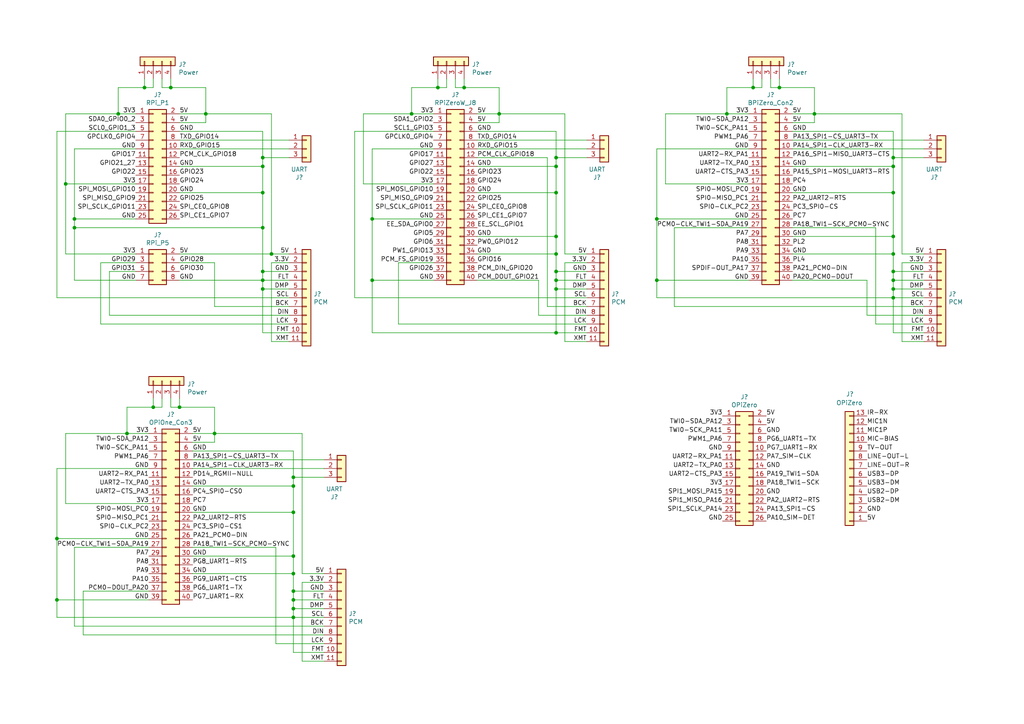
<source format=kicad_sch>
(kicad_sch (version 20211123) (generator eeschema)
  (paper "A4")
  (lib_symbols
    (symbol "Connector_Generic:Conn_01x03" (pin_names (offset 1.016) hide)
      (property "Reference" "J" (at 0 5.08 0))
      (property "Value" "Conn_01x03" (at 0 -5.08 0))
      (symbol "Conn_01x03_1_1"
        (rectangle (start -1.27 -2.413) (end 0 -2.667) (stroke (width 0.1524)))
        (rectangle (start -1.27 0.127) (end 0 -0.127) (stroke (width 0.1524)))
        (rectangle (start -1.27 2.667) (end 0 2.413) (stroke (width 0.1524)))
        (rectangle (start -1.27 3.81) (end 1.27 -3.81) (stroke (width 0.254)) (fill (type background)))
        (pin passive line (at -5.08 2.54 0) (length 3.81) (name "Pin_1") (number "1"))
        (pin passive line (at -5.08 0 0) (length 3.81) (name "Pin_2") (number "2"))
        (pin passive line (at -5.08 -2.54 0) (length 3.81) (name "Pin_3") (number "3"))
      )
    )
    (symbol "Connector_Generic:Conn_01x04" (pin_names (offset 1.016) hide)
      (property "Reference" "J" (at 0 5.08 0))
      (property "Value" "Conn_01x04" (at 0 -7.62 0))
      (symbol "Conn_01x04_1_1"
        (rectangle (start -1.27 -4.953) (end 0 -5.207) (stroke (width 0.1524)))
        (rectangle (start -1.27 -2.413) (end 0 -2.667) (stroke (width 0.1524)))
        (rectangle (start -1.27 0.127) (end 0 -0.127) (stroke (width 0.1524)))
        (rectangle (start -1.27 2.667) (end 0 2.413) (stroke (width 0.1524)))
        (rectangle (start -1.27 3.81) (end 1.27 -6.35) (stroke (width 0.254)) (fill (type background)))
        (pin passive line (at -5.08 2.54 0) (length 3.81) (name "Pin_1") (number "1"))
        (pin passive line (at -5.08 0 0) (length 3.81) (name "Pin_2") (number "2"))
        (pin passive line (at -5.08 -2.54 0) (length 3.81) (name "Pin_3") (number "3"))
        (pin passive line (at -5.08 -5.08 0) (length 3.81) (name "Pin_4") (number "4"))
      )
    )
    (symbol "Connector_Generic:Conn_01x11" (pin_names (offset 1.016) hide)
      (property "Reference" "J" (at 0 15.24 0))
      (property "Value" "Conn_01x11" (at 0 -15.24 0))
      (symbol "Conn_01x11_1_1"
        (rectangle (start -1.27 -12.573) (end 0 -12.827) (stroke (width 0.1524)))
        (rectangle (start -1.27 -10.033) (end 0 -10.287) (stroke (width 0.1524)))
        (rectangle (start -1.27 -7.493) (end 0 -7.747) (stroke (width 0.1524)))
        (rectangle (start -1.27 -4.953) (end 0 -5.207) (stroke (width 0.1524)))
        (rectangle (start -1.27 -2.413) (end 0 -2.667) (stroke (width 0.1524)))
        (rectangle (start -1.27 0.127) (end 0 -0.127) (stroke (width 0.1524)))
        (rectangle (start -1.27 2.667) (end 0 2.413) (stroke (width 0.1524)))
        (rectangle (start -1.27 5.207) (end 0 4.953) (stroke (width 0.1524)))
        (rectangle (start -1.27 7.747) (end 0 7.493) (stroke (width 0.1524)))
        (rectangle (start -1.27 10.287) (end 0 10.033) (stroke (width 0.1524)))
        (rectangle (start -1.27 12.827) (end 0 12.573) (stroke (width 0.1524)))
        (rectangle (start -1.27 13.97) (end 1.27 -13.97) (stroke (width 0.254)) (fill (type background)))
        (pin passive line (at -5.08 12.7 0) (length 3.81) (name "Pin_1") (number "1"))
        (pin passive line (at -5.08 -10.16 0) (length 3.81) (name "Pin_10") (number "10"))
        (pin passive line (at -5.08 -12.7 0) (length 3.81) (name "Pin_11") (number "11"))
        (pin passive line (at -5.08 10.16 0) (length 3.81) (name "Pin_2") (number "2"))
        (pin passive line (at -5.08 7.62 0) (length 3.81) (name "Pin_3") (number "3"))
        (pin passive line (at -5.08 5.08 0) (length 3.81) (name "Pin_4") (number "4"))
        (pin passive line (at -5.08 2.54 0) (length 3.81) (name "Pin_5") (number "5"))
        (pin passive line (at -5.08 0 0) (length 3.81) (name "Pin_6") (number "6"))
        (pin passive line (at -5.08 -2.54 0) (length 3.81) (name "Pin_7") (number "7"))
        (pin passive line (at -5.08 -5.08 0) (length 3.81) (name "Pin_8") (number "8"))
        (pin passive line (at -5.08 -7.62 0) (length 3.81) (name "Pin_9") (number "9"))
      )
    )
    (symbol "Connector_Generic:Conn_01x13" (pin_names (offset 1.016) hide)
      (property "Reference" "J" (at 0 17.78 0))
      (property "Value" "Conn_01x13" (at 0 -17.78 0))
      (symbol "Conn_01x13_1_1"
        (rectangle (start -1.27 -15.113) (end 0 -15.367) (stroke (width 0.1524)))
        (rectangle (start -1.27 -12.573) (end 0 -12.827) (stroke (width 0.1524)))
        (rectangle (start -1.27 -10.033) (end 0 -10.287) (stroke (width 0.1524)))
        (rectangle (start -1.27 -7.493) (end 0 -7.747) (stroke (width 0.1524)))
        (rectangle (start -1.27 -4.953) (end 0 -5.207) (stroke (width 0.1524)))
        (rectangle (start -1.27 -2.413) (end 0 -2.667) (stroke (width 0.1524)))
        (rectangle (start -1.27 0.127) (end 0 -0.127) (stroke (width 0.1524)))
        (rectangle (start -1.27 2.667) (end 0 2.413) (stroke (width 0.1524)))
        (rectangle (start -1.27 5.207) (end 0 4.953) (stroke (width 0.1524)))
        (rectangle (start -1.27 7.747) (end 0 7.493) (stroke (width 0.1524)))
        (rectangle (start -1.27 10.287) (end 0 10.033) (stroke (width 0.1524)))
        (rectangle (start -1.27 12.827) (end 0 12.573) (stroke (width 0.1524)))
        (rectangle (start -1.27 15.367) (end 0 15.113) (stroke (width 0.1524)))
        (rectangle (start -1.27 16.51) (end 1.27 -16.51) (stroke (width 0.254)) (fill (type background)))
        (pin passive line (at -5.08 15.24 0) (length 3.81) (name "Pin_1") (number "1"))
        (pin passive line (at -5.08 -7.62 0) (length 3.81) (name "Pin_10") (number "10"))
        (pin passive line (at -5.08 -10.16 0) (length 3.81) (name "Pin_11") (number "11"))
        (pin passive line (at -5.08 -12.7 0) (length 3.81) (name "Pin_12") (number "12"))
        (pin passive line (at -5.08 -15.24 0) (length 3.81) (name "Pin_13") (number "13"))
        (pin passive line (at -5.08 12.7 0) (length 3.81) (name "Pin_2") (number "2"))
        (pin passive line (at -5.08 10.16 0) (length 3.81) (name "Pin_3") (number "3"))
        (pin passive line (at -5.08 7.62 0) (length 3.81) (name "Pin_4") (number "4"))
        (pin passive line (at -5.08 5.08 0) (length 3.81) (name "Pin_5") (number "5"))
        (pin passive line (at -5.08 2.54 0) (length 3.81) (name "Pin_6") (number "6"))
        (pin passive line (at -5.08 0 0) (length 3.81) (name "Pin_7") (number "7"))
        (pin passive line (at -5.08 -2.54 0) (length 3.81) (name "Pin_8") (number "8"))
        (pin passive line (at -5.08 -5.08 0) (length 3.81) (name "Pin_9") (number "9"))
      )
    )
    (symbol "Connector_Generic:Conn_02x04_Odd_Even" (pin_names (offset 1.016) hide)
      (property "Reference" "J" (at 1.27 5.08 0))
      (property "Value" "Conn_02x04_Odd_Even" (at 1.27 -7.62 0))
      (symbol "Conn_02x04_Odd_Even_1_1"
        (rectangle (start -1.27 -4.953) (end 0 -5.207) (stroke (width 0.1524)))
        (rectangle (start -1.27 -2.413) (end 0 -2.667) (stroke (width 0.1524)))
        (rectangle (start -1.27 0.127) (end 0 -0.127) (stroke (width 0.1524)))
        (rectangle (start -1.27 2.667) (end 0 2.413) (stroke (width 0.1524)))
        (rectangle (start -1.27 3.81) (end 3.81 -6.35) (stroke (width 0.254)) (fill (type background)))
        (rectangle (start 3.81 -4.953) (end 2.54 -5.207) (stroke (width 0.1524)))
        (rectangle (start 3.81 -2.413) (end 2.54 -2.667) (stroke (width 0.1524)))
        (rectangle (start 3.81 0.127) (end 2.54 -0.127) (stroke (width 0.1524)))
        (rectangle (start 3.81 2.667) (end 2.54 2.413) (stroke (width 0.1524)))
        (pin passive line (at -5.08 2.54 0) (length 3.81) (name "Pin_1") (number "1"))
        (pin passive line (at 7.62 2.54 180) (length 3.81) (name "Pin_2") (number "2"))
        (pin passive line (at -5.08 0 0) (length 3.81) (name "Pin_3") (number "3"))
        (pin passive line (at 7.62 0 180) (length 3.81) (name "Pin_4") (number "4"))
        (pin passive line (at -5.08 -2.54 0) (length 3.81) (name "Pin_5") (number "5"))
        (pin passive line (at 7.62 -2.54 180) (length 3.81) (name "Pin_6") (number "6"))
        (pin passive line (at -5.08 -5.08 0) (length 3.81) (name "Pin_7") (number "7"))
        (pin passive line (at 7.62 -5.08 180) (length 3.81) (name "Pin_8") (number "8"))
      )
    )
    (symbol "Connector_Generic:Conn_02x13_Odd_Even" (pin_names (offset 1.016) hide)
      (property "Reference" "J" (at 1.27 17.78 0))
      (property "Value" "Conn_02x13_Odd_Even" (at 1.27 -17.78 0))
      (symbol "Conn_02x13_Odd_Even_1_1"
        (rectangle (start -1.27 -15.113) (end 0 -15.367) (stroke (width 0.1524)))
        (rectangle (start -1.27 -12.573) (end 0 -12.827) (stroke (width 0.1524)))
        (rectangle (start -1.27 -10.033) (end 0 -10.287) (stroke (width 0.1524)))
        (rectangle (start -1.27 -7.493) (end 0 -7.747) (stroke (width 0.1524)))
        (rectangle (start -1.27 -4.953) (end 0 -5.207) (stroke (width 0.1524)))
        (rectangle (start -1.27 -2.413) (end 0 -2.667) (stroke (width 0.1524)))
        (rectangle (start -1.27 0.127) (end 0 -0.127) (stroke (width 0.1524)))
        (rectangle (start -1.27 2.667) (end 0 2.413) (stroke (width 0.1524)))
        (rectangle (start -1.27 5.207) (end 0 4.953) (stroke (width 0.1524)))
        (rectangle (start -1.27 7.747) (end 0 7.493) (stroke (width 0.1524)))
        (rectangle (start -1.27 10.287) (end 0 10.033) (stroke (width 0.1524)))
        (rectangle (start -1.27 12.827) (end 0 12.573) (stroke (width 0.1524)))
        (rectangle (start -1.27 15.367) (end 0 15.113) (stroke (width 0.1524)))
        (rectangle (start -1.27 16.51) (end 3.81 -16.51) (stroke (width 0.254)) (fill (type background)))
        (rectangle (start 3.81 -15.113) (end 2.54 -15.367) (stroke (width 0.1524)))
        (rectangle (start 3.81 -12.573) (end 2.54 -12.827) (stroke (width 0.1524)))
        (rectangle (start 3.81 -10.033) (end 2.54 -10.287) (stroke (width 0.1524)))
        (rectangle (start 3.81 -7.493) (end 2.54 -7.747) (stroke (width 0.1524)))
        (rectangle (start 3.81 -4.953) (end 2.54 -5.207) (stroke (width 0.1524)))
        (rectangle (start 3.81 -2.413) (end 2.54 -2.667) (stroke (width 0.1524)))
        (rectangle (start 3.81 0.127) (end 2.54 -0.127) (stroke (width 0.1524)))
        (rectangle (start 3.81 2.667) (end 2.54 2.413) (stroke (width 0.1524)))
        (rectangle (start 3.81 5.207) (end 2.54 4.953) (stroke (width 0.1524)))
        (rectangle (start 3.81 7.747) (end 2.54 7.493) (stroke (width 0.1524)))
        (rectangle (start 3.81 10.287) (end 2.54 10.033) (stroke (width 0.1524)))
        (rectangle (start 3.81 12.827) (end 2.54 12.573) (stroke (width 0.1524)))
        (rectangle (start 3.81 15.367) (end 2.54 15.113) (stroke (width 0.1524)))
        (pin passive line (at -5.08 15.24 0) (length 3.81) (name "Pin_1") (number "1"))
        (pin passive line (at 7.62 5.08 180) (length 3.81) (name "Pin_10") (number "10"))
        (pin passive line (at -5.08 2.54 0) (length 3.81) (name "Pin_11") (number "11"))
        (pin passive line (at 7.62 2.54 180) (length 3.81) (name "Pin_12") (number "12"))
        (pin passive line (at -5.08 0 0) (length 3.81) (name "Pin_13") (number "13"))
        (pin passive line (at 7.62 0 180) (length 3.81) (name "Pin_14") (number "14"))
        (pin passive line (at -5.08 -2.54 0) (length 3.81) (name "Pin_15") (number "15"))
        (pin passive line (at 7.62 -2.54 180) (length 3.81) (name "Pin_16") (number "16"))
        (pin passive line (at -5.08 -5.08 0) (length 3.81) (name "Pin_17") (number "17"))
        (pin passive line (at 7.62 -5.08 180) (length 3.81) (name "Pin_18") (number "18"))
        (pin passive line (at -5.08 -7.62 0) (length 3.81) (name "Pin_19") (number "19"))
        (pin passive line (at 7.62 15.24 180) (length 3.81) (name "Pin_2") (number "2"))
        (pin passive line (at 7.62 -7.62 180) (length 3.81) (name "Pin_20") (number "20"))
        (pin passive line (at -5.08 -10.16 0) (length 3.81) (name "Pin_21") (number "21"))
        (pin passive line (at 7.62 -10.16 180) (length 3.81) (name "Pin_22") (number "22"))
        (pin passive line (at -5.08 -12.7 0) (length 3.81) (name "Pin_23") (number "23"))
        (pin passive line (at 7.62 -12.7 180) (length 3.81) (name "Pin_24") (number "24"))
        (pin passive line (at -5.08 -15.24 0) (length 3.81) (name "Pin_25") (number "25"))
        (pin passive line (at 7.62 -15.24 180) (length 3.81) (name "Pin_26") (number "26"))
        (pin passive line (at -5.08 12.7 0) (length 3.81) (name "Pin_3") (number "3"))
        (pin passive line (at 7.62 12.7 180) (length 3.81) (name "Pin_4") (number "4"))
        (pin passive line (at -5.08 10.16 0) (length 3.81) (name "Pin_5") (number "5"))
        (pin passive line (at 7.62 10.16 180) (length 3.81) (name "Pin_6") (number "6"))
        (pin passive line (at -5.08 7.62 0) (length 3.81) (name "Pin_7") (number "7"))
        (pin passive line (at 7.62 7.62 180) (length 3.81) (name "Pin_8") (number "8"))
        (pin passive line (at -5.08 5.08 0) (length 3.81) (name "Pin_9") (number "9"))
      )
    )
    (symbol "Connector_Generic:Conn_02x20_Odd_Even" (pin_names (offset 1.016) hide)
      (property "Reference" "J" (at 1.27 25.4 0))
      (property "Value" "Conn_02x20_Odd_Even" (at 1.27 -27.94 0))
      (symbol "Conn_02x20_Odd_Even_1_1"
        (rectangle (start -1.27 -25.273) (end 0 -25.527) (stroke (width 0.1524)))
        (rectangle (start -1.27 -22.733) (end 0 -22.987) (stroke (width 0.1524)))
        (rectangle (start -1.27 -20.193) (end 0 -20.447) (stroke (width 0.1524)))
        (rectangle (start -1.27 -17.653) (end 0 -17.907) (stroke (width 0.1524)))
        (rectangle (start -1.27 -15.113) (end 0 -15.367) (stroke (width 0.1524)))
        (rectangle (start -1.27 -12.573) (end 0 -12.827) (stroke (width 0.1524)))
        (rectangle (start -1.27 -10.033) (end 0 -10.287) (stroke (width 0.1524)))
        (rectangle (start -1.27 -7.493) (end 0 -7.747) (stroke (width 0.1524)))
        (rectangle (start -1.27 -4.953) (end 0 -5.207) (stroke (width 0.1524)))
        (rectangle (start -1.27 -2.413) (end 0 -2.667) (stroke (width 0.1524)))
        (rectangle (start -1.27 0.127) (end 0 -0.127) (stroke (width 0.1524)))
        (rectangle (start -1.27 2.667) (end 0 2.413) (stroke (width 0.1524)))
        (rectangle (start -1.27 5.207) (end 0 4.953) (stroke (width 0.1524)))
        (rectangle (start -1.27 7.747) (end 0 7.493) (stroke (width 0.1524)))
        (rectangle (start -1.27 10.287) (end 0 10.033) (stroke (width 0.1524)))
        (rectangle (start -1.27 12.827) (end 0 12.573) (stroke (width 0.1524)))
        (rectangle (start -1.27 15.367) (end 0 15.113) (stroke (width 0.1524)))
        (rectangle (start -1.27 17.907) (end 0 17.653) (stroke (width 0.1524)))
        (rectangle (start -1.27 20.447) (end 0 20.193) (stroke (width 0.1524)))
        (rectangle (start -1.27 22.987) (end 0 22.733) (stroke (width 0.1524)))
        (rectangle (start -1.27 24.13) (end 3.81 -26.67) (stroke (width 0.254)) (fill (type background)))
        (rectangle (start 3.81 -25.273) (end 2.54 -25.527) (stroke (width 0.1524)))
        (rectangle (start 3.81 -22.733) (end 2.54 -22.987) (stroke (width 0.1524)))
        (rectangle (start 3.81 -20.193) (end 2.54 -20.447) (stroke (width 0.1524)))
        (rectangle (start 3.81 -17.653) (end 2.54 -17.907) (stroke (width 0.1524)))
        (rectangle (start 3.81 -15.113) (end 2.54 -15.367) (stroke (width 0.1524)))
        (rectangle (start 3.81 -12.573) (end 2.54 -12.827) (stroke (width 0.1524)))
        (rectangle (start 3.81 -10.033) (end 2.54 -10.287) (stroke (width 0.1524)))
        (rectangle (start 3.81 -7.493) (end 2.54 -7.747) (stroke (width 0.1524)))
        (rectangle (start 3.81 -4.953) (end 2.54 -5.207) (stroke (width 0.1524)))
        (rectangle (start 3.81 -2.413) (end 2.54 -2.667) (stroke (width 0.1524)))
        (rectangle (start 3.81 0.127) (end 2.54 -0.127) (stroke (width 0.1524)))
        (rectangle (start 3.81 2.667) (end 2.54 2.413) (stroke (width 0.1524)))
        (rectangle (start 3.81 5.207) (end 2.54 4.953) (stroke (width 0.1524)))
        (rectangle (start 3.81 7.747) (end 2.54 7.493) (stroke (width 0.1524)))
        (rectangle (start 3.81 10.287) (end 2.54 10.033) (stroke (width 0.1524)))
        (rectangle (start 3.81 12.827) (end 2.54 12.573) (stroke (width 0.1524)))
        (rectangle (start 3.81 15.367) (end 2.54 15.113) (stroke (width 0.1524)))
        (rectangle (start 3.81 17.907) (end 2.54 17.653) (stroke (width 0.1524)))
        (rectangle (start 3.81 20.447) (end 2.54 20.193) (stroke (width 0.1524)))
        (rectangle (start 3.81 22.987) (end 2.54 22.733) (stroke (width 0.1524)))
        (pin passive line (at -5.08 22.86 0) (length 3.81) (name "Pin_1") (number "1"))
        (pin passive line (at 7.62 12.7 180) (length 3.81) (name "Pin_10") (number "10"))
        (pin passive line (at -5.08 10.16 0) (length 3.81) (name "Pin_11") (number "11"))
        (pin passive line (at 7.62 10.16 180) (length 3.81) (name "Pin_12") (number "12"))
        (pin passive line (at -5.08 7.62 0) (length 3.81) (name "Pin_13") (number "13"))
        (pin passive line (at 7.62 7.62 180) (length 3.81) (name "Pin_14") (number "14"))
        (pin passive line (at -5.08 5.08 0) (length 3.81) (name "Pin_15") (number "15"))
        (pin passive line (at 7.62 5.08 180) (length 3.81) (name "Pin_16") (number "16"))
        (pin passive line (at -5.08 2.54 0) (length 3.81) (name "Pin_17") (number "17"))
        (pin passive line (at 7.62 2.54 180) (length 3.81) (name "Pin_18") (number "18"))
        (pin passive line (at -5.08 0 0) (length 3.81) (name "Pin_19") (number "19"))
        (pin passive line (at 7.62 22.86 180) (length 3.81) (name "Pin_2") (number "2"))
        (pin passive line (at 7.62 0 180) (length 3.81) (name "Pin_20") (number "20"))
        (pin passive line (at -5.08 -2.54 0) (length 3.81) (name "Pin_21") (number "21"))
        (pin passive line (at 7.62 -2.54 180) (length 3.81) (name "Pin_22") (number "22"))
        (pin passive line (at -5.08 -5.08 0) (length 3.81) (name "Pin_23") (number "23"))
        (pin passive line (at 7.62 -5.08 180) (length 3.81) (name "Pin_24") (number "24"))
        (pin passive line (at -5.08 -7.62 0) (length 3.81) (name "Pin_25") (number "25"))
        (pin passive line (at 7.62 -7.62 180) (length 3.81) (name "Pin_26") (number "26"))
        (pin passive line (at -5.08 -10.16 0) (length 3.81) (name "Pin_27") (number "27"))
        (pin passive line (at 7.62 -10.16 180) (length 3.81) (name "Pin_28") (number "28"))
        (pin passive line (at -5.08 -12.7 0) (length 3.81) (name "Pin_29") (number "29"))
        (pin passive line (at -5.08 20.32 0) (length 3.81) (name "Pin_3") (number "3"))
        (pin passive line (at 7.62 -12.7 180) (length 3.81) (name "Pin_30") (number "30"))
        (pin passive line (at -5.08 -15.24 0) (length 3.81) (name "Pin_31") (number "31"))
        (pin passive line (at 7.62 -15.24 180) (length 3.81) (name "Pin_32") (number "32"))
        (pin passive line (at -5.08 -17.78 0) (length 3.81) (name "Pin_33") (number "33"))
        (pin passive line (at 7.62 -17.78 180) (length 3.81) (name "Pin_34") (number "34"))
        (pin passive line (at -5.08 -20.32 0) (length 3.81) (name "Pin_35") (number "35"))
        (pin passive line (at 7.62 -20.32 180) (length 3.81) (name "Pin_36") (number "36"))
        (pin passive line (at -5.08 -22.86 0) (length 3.81) (name "Pin_37") (number "37"))
        (pin passive line (at 7.62 -22.86 180) (length 3.81) (name "Pin_38") (number "38"))
        (pin passive line (at -5.08 -25.4 0) (length 3.81) (name "Pin_39") (number "39"))
        (pin passive line (at 7.62 20.32 180) (length 3.81) (name "Pin_4") (number "4"))
        (pin passive line (at 7.62 -25.4 180) (length 3.81) (name "Pin_40") (number "40"))
        (pin passive line (at -5.08 17.78 0) (length 3.81) (name "Pin_5") (number "5"))
        (pin passive line (at 7.62 17.78 180) (length 3.81) (name "Pin_6") (number "6"))
        (pin passive line (at -5.08 15.24 0) (length 3.81) (name "Pin_7") (number "7"))
        (pin passive line (at 7.62 15.24 180) (length 3.81) (name "Pin_8") (number "8"))
        (pin passive line (at -5.08 12.7 0) (length 3.81) (name "Pin_9") (number "9"))
      )
    )
  )
  (junction (at 127 25.4))
  (junction (at 19.05 53.34))
  (junction (at 85.09 166.37))
  (junction (at 76.2 81.28))
  (junction (at 41.91 25.4))
  (junction (at 144.78 33.02))
  (junction (at 16.51 156.21))
  (junction (at 161.29 96.52))
  (junction (at 85.09 176.53))
  (junction (at 85.09 171.45))
  (junction (at 59.69 33.02))
  (junction (at 76.2 48.26))
  (junction (at 76.2 45.72))
  (junction (at 190.5 81.28))
  (junction (at 259.08 81.28))
  (junction (at 161.29 81.28))
  (junction (at 107.95 63.5))
  (junction (at 52.07 118.11))
  (junction (at 161.29 55.88))
  (junction (at 85.09 179.07))
  (junction (at 210.82 33.02))
  (junction (at 161.29 68.58))
  (junction (at 76.2 78.74))
  (junction (at 62.23 125.73))
  (junction (at 76.2 66.04))
  (junction (at 36.83 125.73))
  (junction (at 259.08 68.58))
  (junction (at 161.29 78.74))
  (junction (at 16.51 173.99))
  (junction (at 190.5 63.5))
  (junction (at 85.09 138.43))
  (junction (at 218.44 25.4))
  (junction (at 85.09 140.97))
  (junction (at 259.08 55.88))
  (junction (at 76.2 83.82))
  (junction (at 259.08 48.26))
  (junction (at 76.2 55.88))
  (junction (at 226.06 25.4))
  (junction (at 21.59 63.5))
  (junction (at 259.08 73.66))
  (junction (at 161.29 83.82))
  (junction (at 49.53 25.4))
  (junction (at 134.62 25.4))
  (junction (at 85.09 173.99))
  (junction (at 161.29 73.66))
  (junction (at 34.29 33.02))
  (junction (at 259.08 78.74))
  (junction (at 44.45 118.11))
  (junction (at 21.59 66.04))
  (junction (at 78.74 73.66))
  (junction (at 161.29 48.26))
  (junction (at 161.29 45.72))
  (junction (at 236.22 33.02))
  (junction (at 85.09 161.29))
  (junction (at 85.09 148.59))
  (junction (at 259.08 45.72))
  (junction (at 259.08 83.82))
  (junction (at 107.95 81.28))
  (junction (at 119.38 33.02))
  (junction (at 259.08 86.36))
  (wire (pts (xy 134.62 25.4) (xy 144.78 25.4)))
  (wire (pts (xy 134.62 25.4) (xy 134.62 22.86)))
  (wire (pts (xy 161.29 81.28) (xy 170.18 81.28)))
  (wire (pts (xy 46.99 22.86) (xy 46.99 25.4)))
  (wire (pts (xy 85.09 148.59) (xy 85.09 161.29)))
  (wire (pts (xy 87.63 166.37) (xy 87.63 125.73)))
  (wire (pts (xy 78.74 33.02) (xy 78.74 73.66)))
  (wire (pts (xy 261.62 33.02) (xy 236.22 33.02)))
  (wire (pts (xy 21.59 66.04) (xy 76.2 66.04)))
  (wire (pts (xy 107.95 96.52) (xy 161.29 96.52)))
  (wire (pts (xy 170.18 40.64) (xy 138.43 40.64)))
  (wire (pts (xy 267.97 40.64) (xy 229.87 40.64)))
  (wire (pts (xy 138.43 68.58) (xy 161.29 68.58)))
  (wire (pts (xy 85.09 130.81) (xy 85.09 138.43)))
  (wire (pts (xy 46.99 115.57) (xy 46.99 118.11)))
  (wire (pts (xy 76.2 55.88) (xy 76.2 66.04)))
  (wire (pts (xy 220.98 22.86) (xy 220.98 25.4)))
  (wire (pts (xy 76.2 78.74) (xy 83.82 78.74)))
  (wire (pts (xy 85.09 173.99) (xy 85.09 171.45)))
  (wire (pts (xy 138.43 73.66) (xy 161.29 73.66)))
  (wire (pts (xy 115.57 76.2) (xy 125.73 76.2)))
  (wire (pts (xy 76.2 38.1) (xy 76.2 45.72)))
  (wire (pts (xy 267.97 96.52) (xy 259.08 96.52)))
  (wire (pts (xy 55.88 148.59) (xy 85.09 148.59)))
  (wire (pts (xy 138.43 43.18) (xy 170.18 43.18)))
  (wire (pts (xy 254 93.98) (xy 254 66.04)))
  (wire (pts (xy 220.98 25.4) (xy 218.44 25.4)))
  (wire (pts (xy 119.38 25.4) (xy 127 25.4)))
  (wire (pts (xy 76.2 81.28) (xy 76.2 83.82)))
  (wire (pts (xy 93.98 133.35) (xy 55.88 133.35)))
  (wire (pts (xy 190.5 43.18) (xy 190.5 63.5)))
  (wire (pts (xy 267.97 83.82) (xy 259.08 83.82)))
  (wire (pts (xy 76.2 48.26) (xy 76.2 55.88)))
  (wire (pts (xy 93.98 168.91) (xy 87.63 168.91)))
  (wire (pts (xy 59.69 35.56) (xy 59.69 33.02)))
  (wire (pts (xy 83.82 83.82) (xy 76.2 83.82)))
  (wire (pts (xy 190.5 86.36) (xy 190.5 81.28)))
  (wire (pts (xy 144.78 25.4) (xy 144.78 33.02)))
  (wire (pts (xy 21.59 63.5) (xy 39.37 63.5)))
  (wire (pts (xy 267.97 93.98) (xy 254 93.98)))
  (wire (pts (xy 195.58 66.04) (xy 195.58 88.9)))
  (wire (pts (xy 161.29 81.28) (xy 161.29 83.82)))
  (wire (pts (xy 170.18 93.98) (xy 115.57 93.98)))
  (wire (pts (xy 226.06 25.4) (xy 226.06 22.86)))
  (wire (pts (xy 267.97 78.74) (xy 259.08 78.74)))
  (wire (pts (xy 267.97 76.2) (xy 261.62 76.2)))
  (wire (pts (xy 267.97 86.36) (xy 259.08 86.36)))
  (wire (pts (xy 24.13 171.45) (xy 24.13 184.15)))
  (wire (pts (xy 49.53 25.4) (xy 49.53 22.86)))
  (wire (pts (xy 41.91 25.4) (xy 41.91 22.86)))
  (wire (pts (xy 210.82 33.02) (xy 210.82 25.4)))
  (wire (pts (xy 16.51 179.07) (xy 16.51 173.99)))
  (wire (pts (xy 34.29 33.02) (xy 19.05 33.02)))
  (wire (pts (xy 217.17 66.04) (xy 195.58 66.04)))
  (wire (pts (xy 62.23 118.11) (xy 62.23 125.73)))
  (wire (pts (xy 170.18 91.44) (xy 156.21 91.44)))
  (wire (pts (xy 16.51 173.99) (xy 43.18 173.99)))
  (wire (pts (xy 267.97 81.28) (xy 259.08 81.28)))
  (wire (pts (xy 55.88 161.29) (xy 85.09 161.29)))
  (wire (pts (xy 161.29 45.72) (xy 161.29 48.26)))
  (wire (pts (xy 62.23 128.27) (xy 62.23 125.73)))
  (wire (pts (xy 93.98 171.45) (xy 85.09 171.45)))
  (wire (pts (xy 52.07 38.1) (xy 76.2 38.1)))
  (wire (pts (xy 129.54 25.4) (xy 127 25.4)))
  (wire (pts (xy 259.08 86.36) (xy 190.5 86.36)))
  (wire (pts (xy 93.98 189.23) (xy 85.09 189.23)))
  (wire (pts (xy 85.09 179.07) (xy 85.09 176.53)))
  (wire (pts (xy 52.07 55.88) (xy 76.2 55.88)))
  (wire (pts (xy 161.29 55.88) (xy 161.29 68.58)))
  (wire (pts (xy 93.98 176.53) (xy 85.09 176.53)))
  (wire (pts (xy 93.98 173.99) (xy 85.09 173.99)))
  (wire (pts (xy 259.08 86.36) (xy 259.08 83.82)))
  (wire (pts (xy 261.62 99.06) (xy 261.62 76.2)))
  (wire (pts (xy 259.08 86.36) (xy 259.08 96.52)))
  (wire (pts (xy 125.73 33.02) (xy 119.38 33.02)))
  (wire (pts (xy 43.18 135.89) (xy 16.51 135.89)))
  (wire (pts (xy 39.37 81.28) (xy 21.59 81.28)))
  (wire (pts (xy 161.29 68.58) (xy 161.29 73.66)))
  (wire (pts (xy 138.43 35.56) (xy 144.78 35.56)))
  (wire (pts (xy 16.51 38.1) (xy 39.37 38.1)))
  (wire (pts (xy 170.18 88.9) (xy 158.75 88.9)))
  (wire (pts (xy 85.09 140.97) (xy 85.09 148.59)))
  (wire (pts (xy 93.98 186.69) (xy 80.01 186.69)))
  (wire (pts (xy 236.22 35.56) (xy 236.22 33.02)))
  (wire (pts (xy 52.07 118.11) (xy 52.07 115.57)))
  (wire (pts (xy 229.87 48.26) (xy 259.08 48.26)))
  (wire (pts (xy 107.95 81.28) (xy 107.95 96.52)))
  (wire (pts (xy 251.46 81.28) (xy 229.87 81.28)))
  (wire (pts (xy 43.18 125.73) (xy 36.83 125.73)))
  (wire (pts (xy 229.87 55.88) (xy 259.08 55.88)))
  (wire (pts (xy 31.75 91.44) (xy 31.75 78.74)))
  (wire (pts (xy 161.29 83.82) (xy 161.29 96.52)))
  (wire (pts (xy 138.43 38.1) (xy 161.29 38.1)))
  (wire (pts (xy 83.82 40.64) (xy 52.07 40.64)))
  (wire (pts (xy 223.52 22.86) (xy 223.52 25.4)))
  (wire (pts (xy 229.87 38.1) (xy 259.08 38.1)))
  (wire (pts (xy 21.59 158.75) (xy 21.59 181.61)))
  (wire (pts (xy 217.17 43.18) (xy 190.5 43.18)))
  (wire (pts (xy 138.43 55.88) (xy 161.29 55.88)))
  (wire (pts (xy 259.08 78.74) (xy 259.08 73.66)))
  (wire (pts (xy 83.82 45.72) (xy 76.2 45.72)))
  (wire (pts (xy 85.09 179.07) (xy 16.51 179.07)))
  (wire (pts (xy 163.83 73.66) (xy 163.83 33.02)))
  (wire (pts (xy 138.43 48.26) (xy 161.29 48.26)))
  (wire (pts (xy 83.82 93.98) (xy 29.21 93.98)))
  (wire (pts (xy 44.45 118.11) (xy 44.45 115.57)))
  (wire (pts (xy 39.37 78.74) (xy 31.75 78.74)))
  (wire (pts (xy 83.82 99.06) (xy 78.74 99.06)))
  (wire (pts (xy 83.82 96.52) (xy 76.2 96.52)))
  (wire (pts (xy 119.38 33.02) (xy 119.38 25.4)))
  (wire (pts (xy 19.05 53.34) (xy 19.05 73.66)))
  (wire (pts (xy 21.59 43.18) (xy 21.59 63.5)))
  (wire (pts (xy 85.09 138.43) (xy 85.09 140.97)))
  (wire (pts (xy 43.18 146.05) (xy 19.05 146.05)))
  (wire (pts (xy 127 25.4) (xy 127 22.86)))
  (wire (pts (xy 229.87 35.56) (xy 236.22 35.56)))
  (wire (pts (xy 46.99 118.11) (xy 44.45 118.11)))
  (wire (pts (xy 259.08 68.58) (xy 259.08 73.66)))
  (wire (pts (xy 76.2 81.28) (xy 76.2 78.74)))
  (wire (pts (xy 87.63 191.77) (xy 87.63 168.91)))
  (wire (pts (xy 251.46 91.44) (xy 251.46 81.28)))
  (wire (pts (xy 217.17 63.5) (xy 190.5 63.5)))
  (wire (pts (xy 170.18 96.52) (xy 161.29 96.52)))
  (wire (pts (xy 44.45 22.86) (xy 44.45 25.4)))
  (wire (pts (xy 39.37 73.66) (xy 19.05 73.66)))
  (wire (pts (xy 156.21 91.44) (xy 156.21 81.28)))
  (wire (pts (xy 102.87 86.36) (xy 102.87 38.1)))
  (wire (pts (xy 36.83 125.73) (xy 36.83 118.11)))
  (wire (pts (xy 36.83 118.11) (xy 44.45 118.11)))
  (wire (pts (xy 49.53 118.11) (xy 52.07 118.11)))
  (wire (pts (xy 259.08 55.88) (xy 259.08 68.58)))
  (wire (pts (xy 16.51 86.36) (xy 16.51 38.1)))
  (wire (pts (xy 129.54 22.86) (xy 129.54 25.4)))
  (wire (pts (xy 105.41 33.02) (xy 119.38 33.02)))
  (wire (pts (xy 83.82 86.36) (xy 16.51 86.36)))
  (wire (pts (xy 107.95 63.5) (xy 107.95 81.28)))
  (wire (pts (xy 193.04 33.02) (xy 210.82 33.02)))
  (wire (pts (xy 161.29 38.1) (xy 161.29 45.72)))
  (wire (pts (xy 43.18 156.21) (xy 16.51 156.21)))
  (wire (pts (xy 158.75 45.72) (xy 138.43 45.72)))
  (wire (pts (xy 87.63 125.73) (xy 62.23 125.73)))
  (wire (pts (xy 43.18 171.45) (xy 24.13 171.45)))
  (wire (pts (xy 55.88 135.89) (xy 93.98 135.89)))
  (wire (pts (xy 93.98 166.37) (xy 87.63 166.37)))
  (wire (pts (xy 163.83 33.02) (xy 144.78 33.02)))
  (wire (pts (xy 170.18 83.82) (xy 161.29 83.82)))
  (wire (pts (xy 107.95 81.28) (xy 125.73 81.28)))
  (wire (pts (xy 259.08 81.28) (xy 259.08 78.74)))
  (wire (pts (xy 161.29 48.26) (xy 161.29 55.88)))
  (wire (pts (xy 170.18 86.36) (xy 102.87 86.36)))
  (wire (pts (xy 254 66.04) (xy 229.87 66.04)))
  (wire (pts (xy 138.43 33.02) (xy 144.78 33.02)))
  (wire (pts (xy 55.88 130.81) (xy 85.09 130.81)))
  (wire (pts (xy 259.08 48.26) (xy 259.08 55.88)))
  (wire (pts (xy 161.29 78.74) (xy 161.29 73.66)))
  (wire (pts (xy 125.73 63.5) (xy 107.95 63.5)))
  (wire (pts (xy 229.87 43.18) (xy 267.97 43.18)))
  (wire (pts (xy 34.29 33.02) (xy 34.29 25.4)))
  (wire (pts (xy 259.08 45.72) (xy 267.97 45.72)))
  (wire (pts (xy 218.44 25.4) (xy 218.44 22.86)))
  (wire (pts (xy 190.5 81.28) (xy 217.17 81.28)))
  (wire (pts (xy 85.09 161.29) (xy 85.09 166.37)))
  (wire (pts (xy 85.09 171.45) (xy 85.09 166.37)))
  (wire (pts (xy 55.88 125.73) (xy 62.23 125.73)))
  (wire (pts (xy 259.08 83.82) (xy 259.08 81.28)))
  (wire (pts (xy 78.74 76.2) (xy 83.82 76.2)))
  (wire (pts (xy 125.73 43.18) (xy 107.95 43.18)))
  (wire (pts (xy 85.09 176.53) (xy 85.09 173.99)))
  (wire (pts (xy 16.51 156.21) (xy 16.51 173.99)))
  (wire (pts (xy 267.97 88.9) (xy 195.58 88.9)))
  (wire (pts (xy 156.21 81.28) (xy 138.43 81.28)))
  (wire (pts (xy 229.87 68.58) (xy 259.08 68.58)))
  (wire (pts (xy 76.2 45.72) (xy 76.2 48.26)))
  (wire (pts (xy 24.13 184.15) (xy 93.98 184.15)))
  (wire (pts (xy 115.57 93.98) (xy 115.57 76.2)))
  (wire (pts (xy 259.08 73.66) (xy 229.87 73.66)))
  (wire (pts (xy 78.74 33.02) (xy 59.69 33.02)))
  (wire (pts (xy 210.82 25.4) (xy 218.44 25.4)))
  (wire (pts (xy 19.05 33.02) (xy 19.05 53.34)))
  (wire (pts (xy 93.98 191.77) (xy 87.63 191.77)))
  (wire (pts (xy 132.08 25.4) (xy 134.62 25.4)))
  (wire (pts (xy 21.59 66.04) (xy 21.59 81.28)))
  (wire (pts (xy 85.09 166.37) (xy 55.88 166.37)))
  (wire (pts (xy 55.88 128.27) (xy 62.23 128.27)))
  (wire (pts (xy 49.53 115.57) (xy 49.53 118.11)))
  (wire (pts (xy 259.08 45.72) (xy 259.08 48.26)))
  (wire (pts (xy 39.37 33.02) (xy 34.29 33.02)))
  (wire (pts (xy 19.05 125.73) (xy 36.83 125.73)))
  (wire (pts (xy 78.74 99.06) (xy 78.74 76.2)))
  (wire (pts (xy 229.87 33.02) (xy 236.22 33.02)))
  (wire (pts (xy 49.53 25.4) (xy 59.69 25.4)))
  (wire (pts (xy 161.29 78.74) (xy 170.18 78.74)))
  (wire (pts (xy 16.51 135.89) (xy 16.51 156.21)))
  (wire (pts (xy 161.29 81.28) (xy 161.29 78.74)))
  (wire (pts (xy 59.69 25.4) (xy 59.69 33.02)))
  (wire (pts (xy 19.05 146.05) (xy 19.05 125.73)))
  (wire (pts (xy 223.52 25.4) (xy 226.06 25.4)))
  (wire (pts (xy 193.04 53.34) (xy 193.04 33.02)))
  (wire (pts (xy 102.87 38.1) (xy 125.73 38.1)))
  (wire (pts (xy 132.08 22.86) (xy 132.08 25.4)))
  (wire (pts (xy 107.95 43.18) (xy 107.95 63.5)))
  (wire (pts (xy 39.37 43.18) (xy 21.59 43.18)))
  (wire (pts (xy 62.23 88.9) (xy 83.82 88.9)))
  (wire (pts (xy 52.07 118.11) (xy 62.23 118.11)))
  (wire (pts (xy 170.18 76.2) (xy 163.83 76.2)))
  (wire (pts (xy 261.62 73.66) (xy 261.62 33.02)))
  (wire (pts (xy 217.17 33.02) (xy 210.82 33.02)))
  (wire (pts (xy 217.17 53.34) (xy 193.04 53.34)))
  (wire (pts (xy 170.18 73.66) (xy 163.83 73.66)))
  (wire (pts (xy 52.07 48.26) (xy 76.2 48.26)))
  (wire (pts (xy 52.07 81.28) (xy 76.2 81.28)))
  (wire (pts (xy 170.18 99.06) (xy 163.83 99.06)))
  (wire (pts (xy 29.21 76.2) (xy 29.21 93.98)))
  (wire (pts (xy 52.07 76.2) (xy 62.23 76.2)))
  (wire (pts (xy 43.18 158.75) (xy 21.59 158.75)))
  (wire (pts (xy 46.99 25.4) (xy 49.53 25.4)))
  (wire (pts (xy 236.22 25.4) (xy 236.22 33.02)))
  (wire (pts (xy 85.09 179.07) (xy 85.09 189.23)))
  (wire (pts (xy 83.82 81.28) (xy 76.2 81.28)))
  (wire (pts (xy 267.97 99.06) (xy 261.62 99.06)))
  (wire (pts (xy 55.88 158.75) (xy 80.01 158.75)))
  (wire (pts (xy 44.45 25.4) (xy 41.91 25.4)))
  (wire (pts (xy 76.2 66.04) (xy 76.2 78.74)))
  (wire (pts (xy 52.07 43.18) (xy 83.82 43.18)))
  (wire (pts (xy 52.07 35.56) (xy 59.69 35.56)))
  (wire (pts (xy 93.98 181.61) (xy 21.59 181.61)))
  (wire (pts (xy 267.97 91.44) (xy 251.46 91.44)))
  (wire (pts (xy 144.78 35.56) (xy 144.78 33.02)))
  (wire (pts (xy 163.83 99.06) (xy 163.83 76.2)))
  (wire (pts (xy 29.21 76.2) (xy 39.37 76.2)))
  (wire (pts (xy 21.59 63.5) (xy 21.59 66.04)))
  (wire (pts (xy 80.01 158.75) (xy 80.01 186.69)))
  (wire (pts (xy 267.97 73.66) (xy 261.62 73.66)))
  (wire (pts (xy 93.98 179.07) (xy 85.09 179.07)))
  (wire (pts (xy 226.06 25.4) (xy 236.22 25.4)))
  (wire (pts (xy 259.08 38.1) (xy 259.08 45.72)))
  (wire (pts (xy 55.88 140.97) (xy 85.09 140.97)))
  (wire (pts (xy 125.73 53.34) (xy 105.41 53.34)))
  (wire (pts (xy 158.75 88.9) (xy 158.75 45.72)))
  (wire (pts (xy 52.07 73.66) (xy 78.74 73.66)))
  (wire (pts (xy 39.37 53.34) (xy 19.05 53.34)))
  (wire (pts (xy 83.82 73.66) (xy 78.74 73.66)))
  (wire (pts (xy 59.69 33.02) (xy 52.07 33.02)))
  (wire (pts (xy 34.29 25.4) (xy 41.91 25.4)))
  (wire (pts (xy 62.23 76.2) (xy 62.23 88.9)))
  (wire (pts (xy 85.09 138.43) (xy 93.98 138.43)))
  (wire (pts (xy 31.75 91.44) (xy 83.82 91.44)))
  (wire (pts (xy 161.29 45.72) (xy 170.18 45.72)))
  (wire (pts (xy 76.2 83.82) (xy 76.2 96.52)))
  (wire (pts (xy 190.5 63.5) (xy 190.5 81.28)))
  (wire (pts (xy 105.41 53.34) (xy 105.41 33.02)))
  (label "FLT" (at 267.97 81.28 180))
  (label "GPIO6" (at 125.73 71.12 180))
  (label "3V3" (at 217.17 33.02 180))
  (label "GPIO17" (at 39.37 45.72 180))
  (label "5V" (at 267.97 73.66 180))
  (label "GPIO22" (at 39.37 50.8 180))
  (label "TXD_GPIO14" (at 138.43 40.64 0))
  (label "PG6_UART1-TX" (at 55.88 171.45 0))
  (label "GND" (at 170.18 78.74 180))
  (label "TXD_GPIO14" (at 52.07 40.64 0))
  (label "GND" (at 209.55 151.13 180))
  (label "5V" (at 52.07 35.56 0))
  (label "BCK" (at 83.82 88.9 180))
  (label "LCK" (at 267.97 93.98 180))
  (label "GND" (at 209.55 130.81 180))
  (label "PA8" (at 43.18 163.83 180))
  (label "PWM1_PA6" (at 209.55 128.27 180))
  (label "PA7_SIM-CLK" (at 222.25 133.35 0))
  (label "SPI_MISO_GPIO9" (at 39.37 58.42 180))
  (label "SCL" (at 83.82 86.36 180))
  (label "DMP" (at 93.98 176.53 180))
  (label "UART2-TX_PA0" (at 217.17 48.26 180))
  (label "MIC1P" (at 251.46 125.73 0))
  (label "3.3V" (at 267.97 76.2 180))
  (label "BCK" (at 170.18 88.9 180))
  (label "PA7" (at 217.17 68.58 180))
  (label "GND" (at 251.46 148.59 0))
  (label "3V3" (at 125.73 53.34 180))
  (label "GND" (at 229.87 55.88 0))
  (label "GND" (at 138.43 38.1 0))
  (label "UART2-CTS_PA3" (at 209.55 138.43 180))
  (label "GND" (at 138.43 68.58 0))
  (label "3V3" (at 39.37 73.66 180))
  (label "UART2-TX_PA0" (at 43.18 140.97 180))
  (label "DIN" (at 267.97 91.44 180))
  (label "PC3_SPI0-CS" (at 229.87 60.96 0))
  (label "SPI_SCLK_GPIO11" (at 125.73 60.96 180))
  (label "FMT" (at 93.98 189.23 180))
  (label "RXD_GPIO15" (at 52.07 43.18 0))
  (label "GPIO31" (at 39.37 78.74 180))
  (label "PA9" (at 43.18 166.37 180))
  (label "SCL" (at 93.98 179.07 180))
  (label "PA2_UART2-RTS" (at 55.88 151.13 0))
  (label "5V" (at 138.43 35.56 0))
  (label "GND" (at 229.87 38.1 0))
  (label "PCM_FS_GPIO19" (at 125.73 76.2 180))
  (label "SPI_SCLK_GPIO11" (at 39.37 60.96 180))
  (label "PD14_RGMII-NULL" (at 55.88 138.43 0))
  (label "TWI0-SDA_PA12" (at 217.17 35.56 180))
  (label "XMT" (at 93.98 191.77 180))
  (label "USB2-DM" (at 251.46 146.05 0))
  (label "SPI0-MISO_PC1" (at 43.18 151.13 180))
  (label "SPI_CE1_GPIO7" (at 52.07 63.5 0))
  (label "LINE-OUT-R" (at 251.46 135.89 0))
  (label "PA7" (at 43.18 161.29 180))
  (label "LCK" (at 93.98 186.69 180))
  (label "EE_SDA_GPIO0" (at 125.73 66.04 180))
  (label "5V" (at 52.07 33.02 0))
  (label "PWM1_PA6" (at 43.18 133.35 180))
  (label "PA10_SIM-DET" (at 222.25 151.13 0))
  (label "USB3-DP" (at 251.46 138.43 0))
  (label "PA21_PCM0-DIN" (at 229.87 78.74 0))
  (label "3V3" (at 209.55 120.65 180))
  (label "PA18_TWI1-SCK_PCM0-SYNC" (at 55.88 158.75 0))
  (label "5V" (at 229.87 33.02 0))
  (label "GND" (at 55.88 148.59 0))
  (label "GND" (at 93.98 171.45 180))
  (label "SPI_MOSI_GPIO10" (at 39.37 55.88 180))
  (label "PG9_UART1-CTS" (at 55.88 168.91 0))
  (label "TWI0-SCK_PA11" (at 217.17 38.1 180))
  (label "DMP" (at 170.18 83.82 180))
  (label "SPI0-MOSI_PC0" (at 43.18 148.59 180))
  (label "UART2-CTS_PA3" (at 217.17 50.8 180))
  (label "RXD_GPIO15" (at 138.43 43.18 0))
  (label "SPI_MISO_GPIO9" (at 125.73 58.42 180))
  (label "GND" (at 138.43 48.26 0))
  (label "GND" (at 125.73 43.18 180))
  (label "GND" (at 229.87 68.58 0))
  (label "SCL0_GPIO1_3" (at 39.37 38.1 180))
  (label "GND" (at 138.43 55.88 0))
  (label "PA13_SPI1-CS_UART3-TX" (at 229.87 40.64 0))
  (label "SPI_CE0_GPIO8" (at 138.43 60.96 0))
  (label "GPIO24" (at 138.43 53.34 0))
  (label "5V" (at 222.25 123.19 0))
  (label "PA18_TWI1-SCK" (at 222.25 140.97 0))
  (label "PC3_SPI0-CS1" (at 55.88 153.67 0))
  (label "DMP" (at 267.97 83.82 180))
  (label "GPIO28" (at 52.07 76.2 0))
  (label "DMP" (at 83.82 83.82 180))
  (label "PCM_DIN_GPIO20" (at 138.43 78.74 0))
  (label "SPI0-CLK_PC2" (at 217.17 60.96 180))
  (label "USB2-DP" (at 251.46 143.51 0))
  (label "3V3" (at 209.55 140.97 180))
  (label "PA18_TWI1-SCK_PCM0-SYNC" (at 229.87 66.04 0))
  (label "5V" (at 55.88 125.73 0))
  (label "FMT" (at 267.97 96.52 180))
  (label "5V" (at 55.88 128.27 0))
  (label "GND" (at 229.87 73.66 0))
  (label "PCM0-CLK_TWI1-SDA_PA19" (at 43.18 158.75 180))
  (label "PCM_CLK_GPIO18" (at 138.43 45.72 0))
  (label "FLT" (at 170.18 81.28 180))
  (label "UART2-TX_PA0" (at 209.55 135.89 180))
  (label "PW0_GPIO12" (at 138.43 71.12 0))
  (label "5V" (at 83.82 73.66 180))
  (label "GND" (at 55.88 161.29 0))
  (label "GND" (at 222.25 135.89 0))
  (label "DIN" (at 170.18 91.44 180))
  (label "GND" (at 55.88 130.81 0))
  (label "GND" (at 125.73 81.28 180))
  (label "5V" (at 52.07 73.66 0))
  (label "GND" (at 217.17 43.18 180))
  (label "TWI0-SCK_PA11" (at 209.55 125.73 180))
  (label "5V" (at 251.46 151.13 0))
  (label "PA15_SPI1-MOSI_UART3-RTS" (at 229.87 50.8 0))
  (label "3V3" (at 43.18 125.73 180))
  (label "TWI0-SDA_PA12" (at 43.18 128.27 180))
  (label "SCL" (at 267.97 86.36 180))
  (label "UART2-RX_PA1" (at 43.18 138.43 180))
  (label "FMT" (at 170.18 96.52 180))
  (label "PA8" (at 217.17 71.12 180))
  (label "PA16_SPI1-MISO_UART3-CTS" (at 229.87 45.72 0))
  (label "PCM_DOUT_GPIO21" (at 138.43 81.28 0))
  (label "GND" (at 39.37 43.18 180))
  (label "XMT" (at 83.82 99.06 180))
  (label "PC7" (at 229.87 63.5 0))
  (label "PWM1_PA6" (at 217.17 40.64 180))
  (label "PG8_UART1-RTS" (at 55.88 163.83 0))
  (label "GND" (at 217.17 63.5 180))
  (label "PG7_UART1-RX" (at 55.88 173.99 0))
  (label "GND" (at 52.07 81.28 0))
  (label "PCM0-DOUT_PA20" (at 43.18 171.45 180))
  (label "SDA1_GPIO2" (at 125.73 35.56 180))
  (label "GND" (at 222.25 125.73 0))
  (label "SDA0_GPIO0_2" (at 39.37 35.56 180))
  (label "BCK" (at 267.97 88.9 180))
  (label "GPIO22" (at 125.73 50.8 180))
  (label "GND" (at 39.37 63.5 180))
  (label "SPI0-MOSI_PC0" (at 217.17 55.88 180))
  (label "SPI0-CLK_PC2" (at 43.18 153.67 180))
  (label "GPIO5" (at 125.73 68.58 180))
  (label "GPIO25" (at 138.43 58.42 0))
  (label "PL4" (at 229.87 76.2 0))
  (label "GND" (at 43.18 173.99 180))
  (label "GPIO21_27" (at 39.37 48.26 180))
  (label "BCK" (at 93.98 181.61 180))
  (label "PG6_UART1-TX" (at 222.25 128.27 0))
  (label "5V" (at 93.98 166.37 180))
  (label "PA10" (at 217.17 76.2 180))
  (label "3.3V" (at 93.98 168.91 180))
  (label "5V" (at 222.25 120.65 0))
  (label "5V" (at 229.87 35.56 0))
  (label "IR-RX" (at 251.46 120.65 0))
  (label "SPI1_MISO_PA16" (at 209.55 146.05 180))
  (label "DIN" (at 83.82 91.44 180))
  (label "PL2" (at 229.87 71.12 0))
  (label "PA13_SPI1-CS_UART3-TX" (at 55.88 133.35 0))
  (label "PA21_PCM0-DIN" (at 55.88 156.21 0))
  (label "SPI_MOSI_GPIO10" (at 125.73 55.88 180))
  (label "PA14_SPI1-CLK_UART3-RX" (at 55.88 135.89 0))
  (label "EE_SCL_GPIO1" (at 138.43 66.04 0))
  (label "3V3" (at 125.73 33.02 180))
  (label "GND" (at 43.18 156.21 180))
  (label "FLT" (at 83.82 81.28 180))
  (label "UART2-RX_PA1" (at 217.17 45.72 180))
  (label "TV-OUT" (at 251.46 130.81 0))
  (label "3V3" (at 39.37 33.02 180))
  (label "3V3" (at 43.18 146.05 180))
  (label "PA9" (at 217.17 73.66 180))
  (label "GND" (at 267.97 78.74 180))
  (label "GND" (at 52.07 38.1 0))
  (label "PA19_TWI1-SDA" (at 222.25 138.43 0))
  (label "GPIO27" (at 125.73 48.26 180))
  (label "SPDIF-OUT_PA17" (at 217.17 78.74 180))
  (label "LCK" (at 170.18 93.98 180))
  (label "GND" (at 138.43 73.66 0))
  (label "PCM0-CLK_TWI1-SDA_PA19" (at 217.17 66.04 180))
  (label "UART2-RX_PA1" (at 209.55 133.35 180))
  (label "SPI_CE0_GPIO8" (at 52.07 60.96 0))
  (label "SPI0-MISO_PC1" (at 217.17 58.42 180))
  (label "GPIO25" (at 52.07 58.42 0))
  (label "5V" (at 138.43 33.02 0))
  (label "GPCLK0_GPIO4" (at 125.73 40.64 180))
  (label "PA2_UART2-RTS" (at 229.87 58.42 0))
  (label "GPIO29" (at 39.37 76.2 180))
  (label "SCL1_GPIO3" (at 125.73 38.1 180))
  (label "MIC-BIAS" (at 251.46 128.27 0))
  (label "XMT" (at 170.18 99.06 180))
  (label "PA2_UART2-RTS" (at 222.25 146.05 0))
  (label "GPIO24" (at 52.07 53.34 0))
  (label "3V3" (at 39.37 53.34 180))
  (label "GND" (at 39.37 81.28 180))
  (label "GND" (at 125.73 63.5 180))
  (label "GND" (at 55.88 166.37 0))
  (label "PA20_PCM0-DOUT" (at 229.87 81.28 0))
  (label "PW1_GPIO13" (at 125.73 73.66 180))
  (label "GND" (at 52.07 48.26 0))
  (label "PCM_CLK_GPIO18" (at 52.07 45.72 0))
  (label "GND" (at 217.17 81.28 180))
  (label "PA10" (at 43.18 168.91 180))
  (label "PA13_SPI1-CS" (at 222.25 148.59 0))
  (label "GPIO23" (at 138.43 50.8 0))
  (label "GPIO23" (at 52.07 50.8 0))
  (label "PG7_UART1-RX" (at 222.25 130.81 0))
  (label "MIC1N" (at 251.46 123.19 0))
  (label "XMT" (at 267.97 99.06 180))
  (label "GND" (at 222.25 143.51 0))
  (label "GND" (at 55.88 140.97 0))
  (label "PC4_SPI0-CS0" (at 55.88 143.51 0))
  (label "PC7" (at 55.88 146.05 0))
  (label "TWI0-SCK_PA11" (at 43.18 130.81 180))
  (label "SPI_CE1_GPIO7" (at 138.43 63.5 0))
  (label "3.3V" (at 83.82 76.2 180))
  (label "LCK" (at 83.82 93.98 180))
  (label "FMT" (at 83.82 96.52 180))
  (label "SCL" (at 170.18 86.36 180))
  (label "GPIO16" (at 138.43 76.2 0))
  (label "TWI0-SDA_PA12" (at 209.55 123.19 180))
  (label "SPI1_SCLK_PA14" (at 209.55 148.59 180))
  (label "UART2-CTS_PA3" (at 43.18 143.51 180))
  (label "FLT" (at 93.98 173.99 180))
  (label "GPIO26" (at 125.73 78.74 180))
  (label "GND" (at 52.07 55.88 0))
  (label "GPIO30" (at 52.07 78.74 0))
  (label "PA14_SPI1-CLK_UART3-RX" (at 229.87 43.18 0))
  (label "3V3" (at 217.17 53.34 180))
  (label "GPIO17" (at 125.73 45.72 180))
  (label "5V" (at 170.18 73.66 180))
  (label "PC4" (at 229.87 53.34 0))
  (label "DIN" (at 93.98 184.15 180))
  (label "USB3-DM" (at 251.46 140.97 0))
  (label "GPCLK0_GPIO4" (at 39.37 40.64 180))
  (label "GND" (at 43.18 135.89 180))
  (label "3.3V" (at 170.18 76.2 180))
  (label "GND" (at 229.87 48.26 0))
  (label "GND" (at 83.82 78.74 180))
  (label "SPI1_MOSI_PA15" (at 209.55 143.51 180))
  (label "LINE-OUT-L" (at 251.46 133.35 0))
  (symbol (lib_id "Connector_Generic:Conn_02x13_Odd_Even") (at 44.45 48.26 0) (unit 1)
    (property "Reference" "J?" (at 45.72 27.5082 0))
    (property "Value" "RPi_P1" (at 45.72 29.8196 0))
  )
  (symbol (lib_id "Connector_Generic:Conn_02x20_Odd_Even") (at 130.81 55.88 0) (unit 1)
    (property "Reference" "J?" (at 132.08 27.5082 0))
    (property "Value" "RPiZeroW_J8" (at 132.08 29.8196 0))
  )
  (symbol (lib_id "Connector_Generic:Conn_01x11") (at 88.9 86.36 0) (unit 1)
    (property "Reference" "J?" (at 90.932 85.2932 0) (effects (justify left)))
    (property "Value" "PCM" (at 90.932 87.6046 0) (effects (justify left)))
  )
  (symbol (lib_id "Connector_Generic:Conn_01x11") (at 175.26 86.36 0) (unit 1)
    (property "Reference" "J?" (at 177.292 85.2932 0) (effects (justify left)))
    (property "Value" "PCM" (at 177.292 87.6046 0) (effects (justify left)))
  )
  (symbol (lib_id "Connector_Generic:Conn_01x04") (at 44.45 17.78 90) (unit 1)
    (property "Reference" "J?" (at 51.7652 18.6944 90) (effects (justify right)))
    (property "Value" "Power" (at 51.7652 21.0058 90) (effects (justify right)))
  )
  (symbol (lib_id "Connector_Generic:Conn_01x03") (at 88.9 43.18 0) (unit 1)
    (property "Reference" "J?" (at 86.8172 51.435 0))
    (property "Value" "UART" (at 86.8172 49.1236 0))
  )
  (symbol (lib_id "Connector_Generic:Conn_01x04") (at 129.54 17.78 90) (unit 1)
    (property "Reference" "J?" (at 136.8552 18.6944 90) (effects (justify right)))
    (property "Value" "Power" (at 136.8552 21.0058 90) (effects (justify right)))
  )
  (symbol (lib_id "Connector_Generic:Conn_01x03") (at 175.26 43.18 0) (unit 1)
    (property "Reference" "J?" (at 173.1772 51.435 0))
    (property "Value" "UART" (at 173.1772 49.1236 0))
  )
  (symbol (lib_id "Connector_Generic:Conn_02x04_Odd_Even") (at 44.45 76.2 0) (unit 1)
    (property "Reference" "J?" (at 45.72 68.1482 0))
    (property "Value" "RPi_P5" (at 45.72 70.4596 0))
  )
  (symbol (lib_id "Connector_Generic:Conn_02x13_Odd_Even") (at 214.63 135.89 0) (unit 1)
    (property "Reference" "J?" (at 215.9 115.1382 0))
    (property "Value" "OPiZero" (at 215.9 117.4496 0))
  )
  (symbol (lib_id "Connector_Generic:Conn_02x20_Odd_Even") (at 222.25 55.88 0) (unit 1)
    (property "Reference" "J?" (at 223.52 27.5082 0))
    (property "Value" "BPiZero_Con2" (at 223.52 29.8196 0))
  )
  (symbol (lib_id "Connector_Generic:Conn_01x11") (at 273.05 86.36 0) (unit 1)
    (property "Reference" "J?" (at 275.082 85.2932 0) (effects (justify left)))
    (property "Value" "PCM" (at 275.082 87.6046 0) (effects (justify left)))
  )
  (symbol (lib_id "Connector_Generic:Conn_01x04") (at 220.98 17.78 90) (unit 1)
    (property "Reference" "J?" (at 228.2952 18.6944 90) (effects (justify right)))
    (property "Value" "Power" (at 228.2952 21.0058 90) (effects (justify right)))
  )
  (symbol (lib_id "Connector_Generic:Conn_01x03") (at 273.05 43.18 0) (unit 1)
    (property "Reference" "J?" (at 270.9672 51.435 0))
    (property "Value" "UART" (at 270.9672 49.1236 0))
  )
  (symbol (lib_id "Connector_Generic:Conn_01x13") (at 246.38 135.89 180) (unit 1)
    (property "Reference" "J?" (at 247.65 114.3 0) (effects (justify left)))
    (property "Value" "OPiZero" (at 250.19 116.84 0) (effects (justify left)))
  )
  (symbol (lib_id "Connector_Generic:Conn_02x20_Odd_Even") (at 48.26 148.59 0) (unit 1)
    (property "Reference" "J?" (at 49.53 120.2182 0))
    (property "Value" "OPiOne_Con3" (at 49.53 122.5296 0))
  )
  (symbol (lib_id "Connector_Generic:Conn_01x03") (at 99.06 135.89 0) (unit 1)
    (property "Reference" "J?" (at 96.9772 144.145 0))
    (property "Value" "UART" (at 96.9772 141.8336 0))
  )
  (symbol (lib_id "Connector_Generic:Conn_01x04") (at 46.99 110.49 90) (unit 1)
    (property "Reference" "J?" (at 54.3052 111.4044 90) (effects (justify right)))
    (property "Value" "Power" (at 54.3052 113.7158 90) (effects (justify right)))
  )
  (symbol (lib_id "Connector_Generic:Conn_01x11") (at 99.06 179.07 0) (unit 1)
    (property "Reference" "J?" (at 101.092 178.0032 0) (effects (justify left)))
    (property "Value" "PCM" (at 101.092 180.3146 0) (effects (justify left)))
  )
)
</source>
